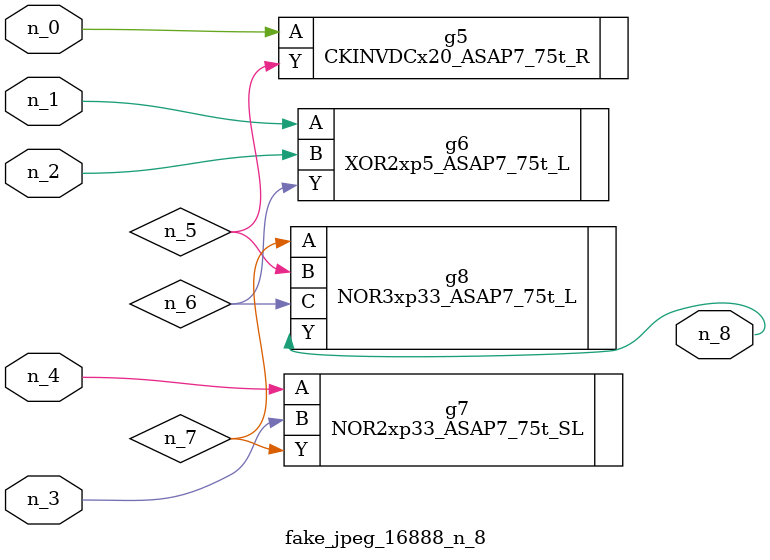
<source format=v>
module fake_jpeg_16888_n_8 (n_3, n_2, n_1, n_0, n_4, n_8);

input n_3;
input n_2;
input n_1;
input n_0;
input n_4;

output n_8;

wire n_6;
wire n_5;
wire n_7;

CKINVDCx20_ASAP7_75t_R g5 ( 
.A(n_0),
.Y(n_5)
);

XOR2xp5_ASAP7_75t_L g6 ( 
.A(n_1),
.B(n_2),
.Y(n_6)
);

NOR2xp33_ASAP7_75t_SL g7 ( 
.A(n_4),
.B(n_3),
.Y(n_7)
);

NOR3xp33_ASAP7_75t_L g8 ( 
.A(n_7),
.B(n_5),
.C(n_6),
.Y(n_8)
);


endmodule
</source>
